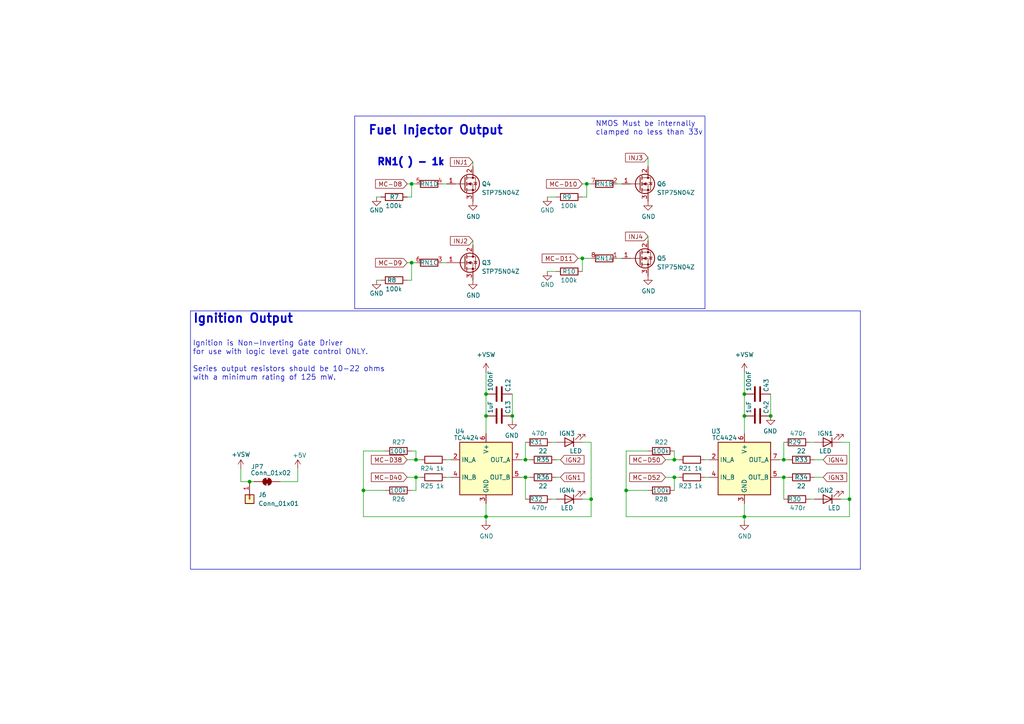
<source format=kicad_sch>
(kicad_sch (version 20250114) (generator "eeschema") (generator_version "9.0")
  (paper "A4")
  (title_block (title "Spark Gap x4") (date "2025-05-18") (rev "C") (company "OpenLogicEFI") (comment 1 "openlogicefi.com"))
  (lib_symbols
    (symbol "Connector_Generic:Conn_01x01" (pin_names (offset 1.016) (hide yes))
      (property "Reference" "J" (at 0 2.54 0))
      (property "Value" "Conn_01x01" (at 0 -2.54 0))
      (symbol "Conn_01x01_1_1"
        (rectangle (start -1.27 1.27) (end 1.27 -1.27) (stroke (width 0.254)) (fill (type background)))
        (rectangle (start -1.27 0.127) (end 0 -0.127) (stroke (width 0.1524)))
        (pin passive line (at -5.08 0 0) (length 3.81) (name "Pin_1") (number "1"))
      )
    )
    (symbol "Device:C" (pin_numbers (hide yes)) (pin_names (offset 0.254))
      (property "Reference" "C" (at 0.635 2.54 0))
      (property "Value" "C" (at 0.635 -2.54 0))
      (symbol "C_0_1"
        (polyline (pts (xy -2.032 0.762) (xy 2.032 0.762)) (stroke (width 0.508)))
        (polyline (pts (xy -2.032 -0.762) (xy 2.032 -0.762)) (stroke (width 0.508)))
      )
      (symbol "C_1_1"
        (pin passive line (at 0 3.81 270) (length 2.794) (name "~") (number "1"))
        (pin passive line (at 0 -3.81 90) (length 2.794) (name "~") (number "2"))
      )
    )
    (symbol "Device:LED" (pin_numbers (hide yes)) (pin_names (offset 1.016) (hide yes))
      (property "Reference" "D" (at 0 2.54 0))
      (property "Value" "LED" (at 0 -2.54 0))
      (symbol "LED_0_1"
        (polyline (pts (xy -3.048 -0.762) (xy -4.572 -2.286) (xy -3.81 -2.286) (xy -4.572 -2.286) (xy -4.572 -1.524)))
        (polyline (pts (xy -1.778 -0.762) (xy -3.302 -2.286) (xy -2.54 -2.286) (xy -3.302 -2.286) (xy -3.302 -1.524)))
        (polyline (pts (xy -1.27 0) (xy 1.27 0)))
        (polyline (pts (xy -1.27 -1.27) (xy -1.27 1.27)) (stroke (width 0.254)))
        (polyline (pts (xy 1.27 -1.27) (xy 1.27 1.27) (xy -1.27 0) (xy 1.27 -1.27)) (stroke (width 0.254)))
      )
      (symbol "LED_1_1"
        (pin passive line (at -3.81 0 0) (length 2.54) (name "K") (number "1"))
        (pin passive line (at 3.81 0 180) (length 2.54) (name "A") (number "2"))
      )
    )
    (symbol "Device:R" (pin_numbers (hide yes)) (pin_names (offset 0))
      (property "Reference" "R" (at 2.032 0 90))
      (property "Value" "R" (at 0 0 90))
      (symbol "R_0_1"
        (rectangle (start -1.016 -2.54) (end 1.016 2.54) (stroke (width 0.254)))
      )
      (symbol "R_1_1"
        (pin passive line (at 0 3.81 270) (length 1.27) (name "~") (number "1"))
        (pin passive line (at 0 -3.81 90) (length 1.27) (name "~") (number "2"))
      )
    )
    (symbol "Device:R_Pack04_Split" (pin_names (offset 0) (hide yes))
      (property "Reference" "RN" (at 2.032 0 90))
      (property "Value" "R_Pack04_Split" (at 0 0 90))
      (symbol "R_Pack04_Split_0_1"
        (rectangle (start 1.016 2.54) (end -1.016 -2.54) (stroke (width 0.254)))
      )
      (symbol "R_Pack04_Split_1_1"
        (pin passive line (at 0 3.81 270) (length 1.27) (name "R1.2") (number "8"))
        (pin passive line (at 0 -3.81 90) (length 1.27) (name "R1.1") (number "1"))
      )
      (symbol "R_Pack04_Split_2_1"
        (pin passive line (at 0 3.81 270) (length 1.27) (name "R2.2") (number "7"))
        (pin passive line (at 0 -3.81 90) (length 1.27) (name "R2.1") (number "2"))
      )
      (symbol "R_Pack04_Split_3_1"
        (pin passive line (at 0 3.81 270) (length 1.27) (name "R3.2") (number "6"))
        (pin passive line (at 0 -3.81 90) (length 1.27) (name "R3.1") (number "3"))
      )
      (symbol "R_Pack04_Split_4_1"
        (pin passive line (at 0 3.81 270) (length 1.27) (name "R4.2") (number "5"))
        (pin passive line (at 0 -3.81 90) (length 1.27) (name "R4.1") (number "4"))
      )
    )
    (symbol "Driver_FET:MIC4427"
      (property "Reference" "U" (at -7.62 8.89 0))
      (property "Value" "MIC4427" (at 1.27 8.89 0))
      (symbol "MIC4427_0_1"
        (rectangle (start -7.62 -7.62) (end 7.62 7.62) (stroke (width 0.254)) (fill (type background)))
      )
      (symbol "MIC4427_1_1"
        (pin input line (at -10.16 2.54 0) (length 2.54) (name "IN_A") (number "2"))
        (pin input line (at -10.16 -2.54 0) (length 2.54) (name "IN_B") (number "4"))
        (pin no_connect line (at -7.62 0 0) (length 2.54) (hide yes) (name "NC") (number "1"))
        (pin power_in line (at 0 10.16 270) (length 2.54) (name "V+") (number "6"))
        (pin power_in line (at 0 -10.16 90) (length 2.54) (name "GND") (number "3"))
        (pin no_connect line (at 7.62 0 180) (length 2.54) (hide yes) (name "NC") (number "8"))
        (pin output line (at 10.16 2.54 180) (length 2.54) (name "OUT_A") (number "7"))
        (pin output line (at 10.16 -2.54 180) (length 2.54) (name "OUT_B") (number "5"))
      )
    )
    (symbol "Jumper:SolderJumper_2_Bridged" (pin_numbers (hide yes)) (pin_names (offset 0) (hide yes)) (exclude_from_sim yes) (in_bom no)
      (property "Reference" "JP" (at 0 2.032 0))
      (property "Value" "SolderJumper_2_Bridged" (at 0 -2.54 0))
      (symbol "SolderJumper_2_Bridged_0_1"
        (rectangle (start -0.508 0.508) (end 0.508 -0.508) (fill (type outline)))
        (polyline (pts (xy -0.254 1.016) (xy -0.254 -1.016)))
        (arc (start -0.254 -1.016) (mid -1.2656 0) (end -0.254 1.016))
        (arc (start -0.254 -1.016) (mid -1.2656 0) (end -0.254 1.016) (fill (type outline)))
        (arc (start 0.254 1.016) (mid 1.2656 0) (end 0.254 -1.016))
        (arc (start 0.254 1.016) (mid 1.2656 0) (end 0.254 -1.016) (fill (type outline)))
        (polyline (pts (xy 0.254 1.016) (xy 0.254 -1.016)))
      )
      (symbol "SolderJumper_2_Bridged_1_1"
        (pin passive line (at -3.81 0 0) (length 2.54) (name "A") (number "1"))
        (pin passive line (at 3.81 0 180) (length 2.54) (name "B") (number "2"))
      )
    )
    (symbol "R_Pack04_SIP_Split_1" (pin_names (offset 0) (hide yes))
      (property "Reference" "RN?" (at 2.54 1.2701 0))
      (property "Value" "R_Pack04_SIP_Split_1" (at 2.54 -1.2699 0))
      (symbol "R_Pack04_SIP_Split_1_0_1"
        (rectangle (start 1.016 2.54) (end -1.016 -2.54) (stroke (width 0.254)))
      )
      (symbol "R_Pack04_SIP_Split_1_1_1"
        (pin passive line (at 0 3.81 270) (length 1.27) (name "R1.2") (number "8"))
        (pin passive line (at 0 -3.81 90) (length 1.27) (name "R1.1") (number "1"))
      )
      (symbol "R_Pack04_SIP_Split_1_2_1"
        (pin passive line (at 0 3.81 270) (length 1.27) (name "R2.2") (number "4"))
        (pin passive line (at 0 -3.81 90) (length 1.27) (name "R2.1") (number "3"))
      )
      (symbol "R_Pack04_SIP_Split_1_3_1"
        (pin passive line (at 0 3.81 270) (length 1.27) (name "R3.2") (number "6"))
        (pin passive line (at 0 -3.81 90) (length 1.27) (name "R3.1") (number "5"))
      )
      (symbol "R_Pack04_SIP_Split_1_4_1"
        (pin passive line (at 0 3.81 270) (length 1.27) (name "R4.2") (number "8"))
        (pin passive line (at 0 -3.81 90) (length 1.27) (name "R4.1") (number "7"))
      )
    )
    (symbol "Transistor_FET:IRF540N" (pin_names (hide yes))
      (property "Reference" "Q" (at 6.35 1.905 0))
      (property "Value" "IRF540N" (at 6.35 0 0))
      (symbol "IRF540N_0_1"
        (polyline (pts (xy 0.254 1.905) (xy 0.254 -1.905)) (stroke (width 0.254)))
        (polyline (pts (xy 0.254 0) (xy -2.54 0)))
        (polyline (pts (xy 0.762 2.286) (xy 0.762 1.27)) (stroke (width 0.254)))
        (polyline (pts (xy 0.762 0.508) (xy 0.762 -0.508)) (stroke (width 0.254)))
        (polyline (pts (xy 0.762 -1.27) (xy 0.762 -2.286)) (stroke (width 0.254)))
        (polyline (pts (xy 0.762 -1.778) (xy 3.302 -1.778) (xy 3.302 1.778) (xy 0.762 1.778)))
        (polyline (pts (xy 1.016 0) (xy 2.032 0.381) (xy 2.032 -0.381) (xy 1.016 0)) (fill (type outline)))
        (circle (center 1.651 0) (radius 2.794) (stroke (width 0.254)))
        (polyline (pts (xy 2.54 2.54) (xy 2.54 1.778)))
        (circle (center 2.54 1.778) (radius 0.254) (fill (type outline)))
        (circle (center 2.54 -1.778) (radius 0.254) (fill (type outline)))
        (polyline (pts (xy 2.54 -2.54) (xy 2.54 0) (xy 0.762 0)))
        (polyline (pts (xy 2.794 0.508) (xy 2.921 0.381) (xy 3.683 0.381) (xy 3.81 0.254)))
        (polyline (pts (xy 3.302 0.381) (xy 2.921 -0.254) (xy 3.683 -0.254) (xy 3.302 0.381)))
      )
      (symbol "IRF540N_1_1"
        (pin input line (at -5.08 0 0) (length 2.54) (name "G") (number "1"))
        (pin passive line (at 2.54 5.08 270) (length 2.54) (name "D") (number "2"))
        (pin passive line (at 2.54 -5.08 90) (length 2.54) (name "S") (number "3"))
      )
    )
    (symbol "power:+5V" (power) (pin_names (offset 0))
      (property "Value" "+5V" (at 0 3.556 0))
      (symbol "+5V_0_1"
        (polyline (pts (xy -0.762 1.27) (xy 0 2.54)))
        (polyline (pts (xy 0 2.54) (xy 0.762 1.27)))
        (polyline (pts (xy 0 0) (xy 0 2.54)))
      )
      (symbol "+5V_1_1"
        (pin power_in line (at 0 0 90) (length 0) (hide yes) (name "+5V") (number "1"))
      )
    )
    (symbol "power:+VSW" (power) (pin_numbers (hide yes)) (pin_names (offset 0) (hide yes))
      (property "Value" "+VSW" (at 0 3.556 0))
      (symbol "+VSW_0_1"
        (polyline (pts (xy -0.762 1.27) (xy 0 2.54)))
        (polyline (pts (xy 0 2.54) (xy 0.762 1.27)))
        (polyline (pts (xy 0 0) (xy 0 2.54)))
      )
      (symbol "+VSW_1_1"
        (pin power_in line (at 0 0 90) (length 0) (name "~") (number "1"))
      )
    )
    (symbol "power:GND" (power) (pin_names (offset 0))
      (property "Value" "GND" (at 0 -3.81 0))
      (symbol "GND_0_1"
        (polyline (pts (xy 0 0) (xy 0 -1.27) (xy 1.27 -1.27) (xy 0 -2.54) (xy -1.27 -1.27) (xy 0 -1.27)))
      )
      (symbol "GND_1_1"
        (pin power_in line (at 0 0 270) (length 0) (hide yes) (name "GND") (number "1"))
      )
    )
  )
  (rectangle (start 55.245 90.17) (end 249.555 165.1))
  (rectangle (start 102.87 33.655) (end 204.47 89.535))
  (text "Fuel Injector Output" (at 106.68 39.37 0) (effects (font (size 2.54 2.54) (thickness 0.508) (bold yes)) (justify left bottom)))
  (text "RN1( ) - 1k" (at 109.22 48.26 0) (effects (font (size 2 2) (thickness 0.508) (bold yes)) (justify left bottom)))
  (text "NMOS Must be internally\nclamped no less than 33v" (at 172.72 39.37 0) (effects (font (size 1.54 1.54)) (justify left bottom)))
  (text "Ignition Output" (at 55.88 93.98 0) (effects (font (size 2.54 2.54) (thickness 0.508) (bold yes)) (justify left bottom)))
  (text "Ignition is Non-Inverting Gate Driver\nfor use with logic level gate control ONLY.\n\nSeries output resistors should be 10-22 ohms\nwith a minimum rating of 125 mW." (at 55.88 110.49 0) (effects (font (size 1.54 1.54)) (justify left bottom)))
  (junction (at 227.33 133.35))
  (junction (at 215.9 120.65))
  (junction (at 72.39 139.7))
  (junction (at 148.59 120.65))
  (junction (at 140.97 120.65))
  (junction (at 223.52 120.65))
  (junction (at 215.9 114.3))
  (junction (at 215.9 149.86))
  (junction (at 120.65 138.43))
  (junction (at 227.33 138.43))
  (junction (at 168.91 74.93))
  (junction (at 181.61 142.24))
  (junction (at 195.58 133.35))
  (junction (at 119.38 53.34))
  (junction (at 170.18 53.34))
  (junction (at 105.41 142.24))
  (junction (at 152.4 138.43))
  (junction (at 140.97 149.86))
  (junction (at 152.4 133.35))
  (junction (at 195.58 138.43))
  (junction (at 246.38 144.78))
  (junction (at 171.45 144.78))
  (junction (at 120.65 133.35))
  (junction (at 119.38 76.2))
  (junction (at 140.97 114.3))
  (wire (pts (xy 120.65 138.43) (xy 121.92 138.43)))
  (wire (pts (xy 167.64 74.93) (xy 168.91 74.93)))
  (wire (pts (xy 193.04 138.43) (xy 195.58 138.43)))
  (wire (pts (xy 187.96 45.72) (xy 187.96 48.26)))
  (wire (pts (xy 168.91 53.34) (xy 170.18 53.34)))
  (wire (pts (xy 120.65 130.81) (xy 120.65 133.35)))
  (wire (pts (xy 130.81 138.43) (xy 129.54 138.43)))
  (wire (pts (xy 72.39 139.7) (xy 73.66 139.7)))
  (wire (pts (xy 119.38 53.34) (xy 120.65 53.34)))
  (wire (pts (xy 128.27 76.2) (xy 129.54 76.2)))
  (wire (pts (xy 236.22 138.43) (xy 238.76 138.43)))
  (wire (pts (xy 161.29 57.15) (xy 158.75 57.15)))
  (wire (pts (xy 140.97 151.13) (xy 140.97 149.86)))
  (wire (pts (xy 152.4 133.35) (xy 151.13 133.35)))
  (wire (pts (xy 140.97 120.65) (xy 140.97 114.3)))
  (wire (pts (xy 111.76 130.81) (xy 105.41 130.81)))
  (wire (pts (xy 105.41 149.86) (xy 105.41 142.24)))
  (wire (pts (xy 215.9 120.65) (xy 215.9 114.3)))
  (wire (pts (xy 152.4 128.27) (xy 152.4 133.35)))
  (wire (pts (xy 118.11 76.2) (xy 119.38 76.2)))
  (wire (pts (xy 179.07 53.34) (xy 180.34 53.34)))
  (wire (pts (xy 195.58 130.81) (xy 195.58 133.35)))
  (wire (pts (xy 236.22 133.35) (xy 238.76 133.35)))
  (wire (pts (xy 215.9 146.05) (xy 215.9 149.86)))
  (wire (pts (xy 140.97 149.86) (xy 140.97 146.05)))
  (wire (pts (xy 171.45 128.27) (xy 171.45 144.78)))
  (wire (pts (xy 227.33 133.35) (xy 228.6 133.35)))
  (wire (pts (xy 196.85 133.35) (xy 195.58 133.35)))
  (wire (pts (xy 215.9 120.65) (xy 215.9 125.73)))
  (wire (pts (xy 223.52 120.65) (xy 223.52 114.3)))
  (wire (pts (xy 153.67 138.43) (xy 152.4 138.43)))
  (wire (pts (xy 148.59 120.65) (xy 148.59 121.92)))
  (wire (pts (xy 160.02 128.27) (xy 161.29 128.27)))
  (wire (pts (xy 119.38 76.2) (xy 120.65 76.2)))
  (wire (pts (xy 161.29 133.35) (xy 162.56 133.35)))
  (wire (pts (xy 226.06 138.43) (xy 227.33 138.43)))
  (wire (pts (xy 118.11 53.34) (xy 119.38 53.34)))
  (wire (pts (xy 140.97 149.86) (xy 171.45 149.86)))
  (wire (pts (xy 181.61 149.86) (xy 215.9 149.86)))
  (wire (pts (xy 109.22 57.15) (xy 110.49 57.15)))
  (wire (pts (xy 227.33 128.27) (xy 227.33 133.35)))
  (wire (pts (xy 215.9 107.95) (xy 215.9 114.3)))
  (wire (pts (xy 181.61 142.24) (xy 187.96 142.24)))
  (wire (pts (xy 227.33 138.43) (xy 228.6 138.43)))
  (wire (pts (xy 243.84 144.78) (xy 246.38 144.78)))
  (wire (pts (xy 119.38 81.28) (xy 119.38 76.2)))
  (wire (pts (xy 227.33 138.43) (xy 227.33 144.78)))
  (wire (pts (xy 128.27 53.34) (xy 129.54 53.34)))
  (wire (pts (xy 170.18 53.34) (xy 171.45 53.34)))
  (wire (pts (xy 161.29 138.43) (xy 162.56 138.43)))
  (wire (pts (xy 168.91 144.78) (xy 171.45 144.78)))
  (wire (pts (xy 118.11 133.35) (xy 120.65 133.35)))
  (wire (pts (xy 168.91 78.74) (xy 168.91 74.93)))
  (wire (pts (xy 205.74 138.43) (xy 204.47 138.43)))
  (wire (pts (xy 234.95 144.78) (xy 236.22 144.78)))
  (wire (pts (xy 120.65 142.24) (xy 119.38 142.24)))
  (wire (pts (xy 187.96 130.81) (xy 181.61 130.81)))
  (wire (pts (xy 120.65 133.35) (xy 121.92 133.35)))
  (wire (pts (xy 246.38 128.27) (xy 246.38 144.78)))
  (wire (pts (xy 81.28 139.7) (xy 86.36 139.7)))
  (wire (pts (xy 109.22 81.28) (xy 110.49 81.28)))
  (wire (pts (xy 140.97 120.65) (xy 140.97 125.73)))
  (wire (pts (xy 215.9 149.86) (xy 246.38 149.86)))
  (wire (pts (xy 118.11 81.28) (xy 119.38 81.28)))
  (wire (pts (xy 69.85 139.7) (xy 72.39 139.7)))
  (wire (pts (xy 137.16 46.99) (xy 137.16 48.26)))
  (wire (pts (xy 226.06 133.35) (xy 227.33 133.35)))
  (wire (pts (xy 86.36 135.89) (xy 86.36 139.7)))
  (wire (pts (xy 152.4 138.43) (xy 152.4 144.78)))
  (wire (pts (xy 205.74 133.35) (xy 204.47 133.35)))
  (wire (pts (xy 179.07 74.93) (xy 180.34 74.93)))
  (wire (pts (xy 69.85 139.7) (xy 69.85 135.89)))
  (wire (pts (xy 119.38 53.34) (xy 119.38 57.15)))
  (wire (pts (xy 105.41 142.24) (xy 111.76 142.24)))
  (wire (pts (xy 181.61 142.24) (xy 181.61 149.86)))
  (wire (pts (xy 130.81 133.35) (xy 129.54 133.35)))
  (wire (pts (xy 118.11 138.43) (xy 120.65 138.43)))
  (wire (pts (xy 195.58 142.24) (xy 195.58 138.43)))
  (wire (pts (xy 243.84 128.27) (xy 246.38 128.27)))
  (wire (pts (xy 187.96 68.58) (xy 187.96 69.85)))
  (wire (pts (xy 193.04 133.35) (xy 195.58 133.35)))
  (wire (pts (xy 153.67 133.35) (xy 152.4 133.35)))
  (wire (pts (xy 170.18 57.15) (xy 170.18 53.34)))
  (wire (pts (xy 152.4 138.43) (xy 151.13 138.43)))
  (wire (pts (xy 168.91 128.27) (xy 171.45 128.27)))
  (wire (pts (xy 148.59 120.65) (xy 148.59 114.3)))
  (wire (pts (xy 234.95 128.27) (xy 236.22 128.27)))
  (wire (pts (xy 196.85 138.43) (xy 195.58 138.43)))
  (wire (pts (xy 140.97 107.95) (xy 140.97 114.3)))
  (wire (pts (xy 246.38 144.78) (xy 246.38 149.86)))
  (wire (pts (xy 215.9 151.13) (xy 215.9 149.86)))
  (wire (pts (xy 168.91 74.93) (xy 171.45 74.93)))
  (wire (pts (xy 105.41 130.81) (xy 105.41 142.24)))
  (wire (pts (xy 168.91 57.15) (xy 170.18 57.15)))
  (wire (pts (xy 181.61 130.81) (xy 181.61 142.24)))
  (wire (pts (xy 140.97 149.86) (xy 105.41 149.86)))
  (wire (pts (xy 120.65 130.81) (xy 119.38 130.81)))
  (wire (pts (xy 171.45 144.78) (xy 171.45 149.86)))
  (wire (pts (xy 120.65 142.24) (xy 120.65 138.43)))
  (wire (pts (xy 158.75 78.74) (xy 161.29 78.74)))
  (wire (pts (xy 119.38 57.15) (xy 118.11 57.15)))
  (wire (pts (xy 160.02 144.78) (xy 161.29 144.78)))
  (wire (pts (xy 137.16 69.85) (xy 137.16 71.12)))
  (global_label "MC-D40" (shape input) (at 118.11 138.43 180) (property "Intersheetrefs" "${INTERSHEET_REFS}" (effects (hide yes))))
  (global_label "INJ1" (shape input) (at 137.16 46.99 180) (property "Intersheetrefs" "${INTERSHEET_REFS}" (effects (hide yes))))
  (global_label "INJ3" (shape input) (at 187.96 45.72 180) (property "Intersheetrefs" "${INTERSHEET_REFS}" (effects (hide yes))))
  (global_label "MC-D38" (shape input) (at 118.11 133.35 180) (property "Intersheetrefs" "${INTERSHEET_REFS}" (effects (hide yes))))
  (global_label "MC-D8" (shape input) (at 118.11 53.34 180) (property "Intersheetrefs" "${INTERSHEET_REFS}" (effects (hide yes))))
  (global_label "MC-D52" (shape input) (at 193.04 138.43 180) (property "Intersheetrefs" "${INTERSHEET_REFS}" (effects (hide yes))))
  (global_label "MC-D50" (shape input) (at 193.04 133.35 180) (property "Intersheetrefs" "${INTERSHEET_REFS}" (effects (hide yes))))
  (global_label "IGN2" (shape input) (at 162.56 133.35 0) (property "Intersheetrefs" "${INTERSHEET_REFS}" (effects (hide yes))))
  (global_label "MC-D11" (shape input) (at 167.64 74.93 180) (property "Intersheetrefs" "${INTERSHEET_REFS}" (effects (hide yes))))
  (global_label "IGN1" (shape input) (at 162.56 138.43 0) (property "Intersheetrefs" "${INTERSHEET_REFS}" (effects (hide yes))))
  (global_label "INJ4" (shape input) (at 187.96 68.58 180) (property "Intersheetrefs" "${INTERSHEET_REFS}" (effects (hide yes))))
  (global_label "INJ2" (shape input) (at 137.16 69.85 180) (property "Intersheetrefs" "${INTERSHEET_REFS}" (effects (hide yes))))
  (global_label "MC-D9" (shape input) (at 118.11 76.2 180) (property "Intersheetrefs" "${INTERSHEET_REFS}" (effects (hide yes))))
  (global_label "MC-D10" (shape input) (at 168.91 53.34 180) (property "Intersheetrefs" "${INTERSHEET_REFS}" (effects (hide yes))))
  (global_label "IGN4" (shape input) (at 238.76 133.35 0) (property "Intersheetrefs" "${INTERSHEET_REFS}" (effects (hide yes))))
  (global_label "IGN3" (shape input) (at 238.76 138.43 0) (property "Intersheetrefs" "${INTERSHEET_REFS}" (effects (hide yes))))
  (symbol (lib_id "Device:C") (at 144.78 120.65 90) (mirror x) (unit 1)
    (property "Reference" "C13" (at 147.32 118.11 0))
    (property "Value" "1uF" (at 142.24 118.11 0))
    (property "Footprint" "Capacitor_SMD:C_0402_1005Metric" (effects (hide yes)))
    (property "LCSC" "C52923" (effects (hide yes)))
    (property "Manufacture Part Number" "CL05A105KA5NQNC" (effects (hide yes)))
  )
  (symbol (lib_id "Device:C") (at 144.78 114.3 90) (mirror x) (unit 1)
    (property "Reference" "C12" (at 147.32 111.76 0))
    (property "Value" "100nF" (at 142.24 110.49 0))
    (property "Footprint" "Capacitor_SMD:C_0402_1005Metric" (effects (hide yes)))
    (property "LCSC" "C307331" (effects (hide yes)))
    (property "Manufacture Part Number" "CL05B104KB54PNC" (effects (hide yes)))
  )
  (symbol (lib_id "power:GND") (at 148.59 121.92 0) (mirror y) (unit 1)
    (property "Reference" "#PWR043" (effects (hide yes)))
    (property "Value" "GND" (at 148.463 126.3142 0))
  )
  (symbol (lib_id "Driver_FET:MIC4427") (at 140.97 135.89 0) (unit 1)
    (property "Reference" "U4" (at 133.35 125.095 0))
    (property "Value" "TC4424" (at 135.255 127 0))
    (property "Footprint" "Package_SO:SOIC-8_3.9x4.9mm_P1.27mm" (effects (hide yes)))
    (property "Datasheet" "http://ww1.microchip.com/downloads/en/DeviceDoc/mic4426.pdf" (effects (hide yes)))
    (property "LCSC" "C2685358" (effects (hide yes)))
    (property "Manufacture Part Number" "TC4424" (effects (hide yes)))
  )
  (symbol (lib_id "Device:R") (at 157.48 133.35 270) (unit 1)
    (property "Reference" "R35" (at 157.48 133.35 90))
    (property "Value" "22" (at 157.48 130.81 90))
    (property "Footprint" "Resistor_SMD:R_0805_2012Metric" (effects (hide yes)))
    (property "LCSC" "C17561" (effects (hide yes)))
    (property "Manufacture Part Number" "0805W8F220JT5E" (effects (hide yes)))
  )
  (symbol (lib_id "Device:R") (at 157.48 138.43 270) (unit 1)
    (property "Reference" "R36" (at 157.48 138.43 90))
    (property "Value" "22" (at 157.48 140.97 90))
    (property "Footprint" "Resistor_SMD:R_0805_2012Metric" (effects (hide yes)))
    (property "LCSC" "C17561" (effects (hide yes)))
    (property "Manufacture Part Number" "0805W8F220JT5E" (effects (hide yes)))
  )
  (symbol (lib_id "power:GND") (at 140.97 151.13 0) (unit 1)
    (property "Reference" "#PWR038" (effects (hide yes)))
    (property "Value" "GND" (at 141.097 155.5242 0))
  )
  (symbol (lib_id "Device:R") (at 200.66 133.35 90) (mirror x) (unit 1)
    (property "Reference" "R21" (at 198.755 135.89 90))
    (property "Value" "1k" (at 202.565 135.89 90))
    (property "Footprint" "Resistor_SMD:R_0402_1005Metric" (effects (hide yes)))
    (property "LCSC" "C11702" (effects (hide yes)))
    (property "Manufacture Part Number" "0402WGF1001TCE" (effects (hide yes)))
  )
  (symbol (lib_id "Driver_FET:MIC4427") (at 215.9 135.89 0) (unit 1)
    (property "Reference" "U3" (at 207.645 125.095 0))
    (property "Value" "TC4424" (at 210.185 127 0))
    (property "Footprint" "Package_SO:SOIC-8_3.9x4.9mm_P1.27mm" (effects (hide yes)))
    (property "Datasheet" "http://ww1.microchip.com/downloads/en/DeviceDoc/mic4426.pdf" (effects (hide yes)))
    (property "LCSC" "C2685358" (effects (hide yes)))
    (property "Manufacture Part Number" "TC4424" (effects (hide yes)))
  )
  (symbol (lib_id "power:+VSW") (at 140.97 107.95 0) (unit 1)
    (property "Reference" "#PWR066" (effects (hide yes)))
    (property "Value" "+VSW" (at 140.97 102.87 0))
    (property "Description" "Power symbol creates a global label with name \"+VSW\"" (effects (hide yes)))
  )
  (symbol (lib_id "Device:R") (at 232.41 138.43 270) (unit 1)
    (property "Reference" "R34" (at 232.41 138.43 90))
    (property "Value" "22" (at 232.41 140.97 90))
    (property "Footprint" "Resistor_SMD:R_0805_2012Metric" (effects (hide yes)))
    (property "LCSC" "C17561" (effects (hide yes)))
    (property "Manufacture Part Number" "0805W8F220JT5E" (effects (hide yes)))
  )
  (symbol (lib_id "Device:R") (at 191.77 142.24 90) (mirror x) (unit 1)
    (property "Reference" "R28" (at 189.865 144.78 90) (effects (justify right)))
    (property "Value" "100k" (at 189.23 142.24 90) (effects (justify right)))
    (property "Footprint" "Resistor_SMD:R_0402_1005Metric" (effects (hide yes)))
    (property "LCSC" "C25741" (effects (hide yes)))
    (property "Manufacture Part Number" "0402WGF1003TCE" (effects (hide yes)))
  )
  (symbol (lib_id "Connector_Generic:Conn_01x01") (at 72.39 144.78 270) (unit 1)
    (property "Reference" "J6" (at 74.93 143.5099 90) (effects (justify left)))
    (property "Value" "Conn_01x01" (at 74.93 146.0499 90) (effects (justify left)))
    (property "Footprint" "Connector_PinSocket_2.54mm:PinSocket_1x01_P2.54mm_Vertical" (effects (hide yes)))
    (property "Description" "Generic connector, single row, 01x01, script generated (kicad-library-utils/schlib/autogen/connector/)" (effects (hide yes)))
  )
  (symbol (lib_id "Device:R_Pack04_Split") (at 124.46 76.2 90) (unit 3)
    (property "Reference" "RN1" (at 124.46 76.2 90))
    (property "Value" "RN_1k" (effects (hide yes)))
    (property "Footprint" "Resistor_SMD:R_Array_Concave_4x0603" (effects (hide yes)))
    (property "LCSC" "C20197" (effects (hide yes)))
    (property "Manufacture Part Number" "4D03WGJ0102T5E" (effects (hide yes)))
  )
  (symbol (lib_id "Device:R") (at 165.1 57.15 90) (unit 1)
    (property "Reference" "R9" (at 163.068 57.15 90) (effects (justify right)))
    (property "Value" "100k" (at 162.56 59.69 90) (effects (justify right)))
    (property "Footprint" "Resistor_SMD:R_0402_1005Metric" (effects (hide yes)))
    (property "LCSC" "C25741" (effects (hide yes)))
    (property "Manufacture Part Number" "0402WGF1003TCE" (effects (hide yes)))
  )
  (symbol (lib_id "power:GND") (at 137.16 58.42 0) (unit 1)
    (property "Reference" "#PWR036" (effects (hide yes)))
    (property "Value" "GND" (at 137.287 62.8142 0))
  )
  (symbol (lib_id "Device:R") (at 125.73 133.35 90) (mirror x) (unit 1)
    (property "Reference" "R24" (at 123.825 135.89 90))
    (property "Value" "1k" (at 127.635 135.89 90))
    (property "Footprint" "Resistor_SMD:R_0402_1005Metric" (effects (hide yes)))
    (property "LCSC" "C11702" (effects (hide yes)))
    (property "Manufacture Part Number" "0402WGF1001TCE" (effects (hide yes)))
  )
  (symbol (lib_id "Device:R") (at 200.66 138.43 90) (mirror x) (unit 1)
    (property "Reference" "R23" (at 198.755 140.97 90))
    (property "Value" "1k" (at 202.565 140.97 90))
    (property "Footprint" "Resistor_SMD:R_0402_1005Metric" (effects (hide yes)))
    (property "LCSC" "C11702" (effects (hide yes)))
    (property "Manufacture Part Number" "0402WGF1001TCE" (effects (hide yes)))
  )
  (symbol (lib_id "Device:R") (at 165.1 78.74 90) (unit 1)
    (property "Reference" "R10" (at 163.068 78.74 90) (effects (justify right)))
    (property "Value" "100k" (at 162.56 81.28 90) (effects (justify right)))
    (property "Footprint" "Resistor_SMD:R_0402_1005Metric" (effects (hide yes)))
    (property "LCSC" "C25741" (effects (hide yes)))
    (property "Manufacture Part Number" "0402WGF1003TCE" (effects (hide yes)))
  )
  (symbol (lib_id "Device:LED") (at 240.03 128.27 180) (unit 1)
    (property "Reference" "IGN1" (at 239.395 125.73 0))
    (property "Value" "LED" (at 239.395 130.81 0))
    (property "Footprint" "LED_SMD:LED_0603_1608Metric" (effects (hide yes)))
    (property "LCSC" "C2286" (effects (hide yes)))
    (property "Manufacture Part Number" "KT-0603R" (effects (hide yes)))
  )
  (symbol (lib_id "Device:LED") (at 165.1 128.27 180) (unit 1)
    (property "Reference" "IGN3" (at 164.465 125.73 0))
    (property "Value" "LED" (at 167.005 130.81 0))
    (property "Footprint" "LED_SMD:LED_0603_1608Metric" (effects (hide yes)))
    (property "LCSC" "C2286" (effects (hide yes)))
    (property "Manufacture Part Number" "KT-0603R" (effects (hide yes)))
  )
  (symbol (lib_id "Device:R") (at 115.57 130.81 90) (unit 1)
    (property "Reference" "R27" (at 113.665 128.27 90) (effects (justify right)))
    (property "Value" "100k" (at 113.03 130.81 90) (effects (justify right)))
    (property "Footprint" "Resistor_SMD:R_0402_1005Metric" (effects (hide yes)))
    (property "LCSC" "C25741" (effects (hide yes)))
    (property "Manufacture Part Number" "0402WGF1003TCE" (effects (hide yes)))
  )
  (symbol (lib_id "Transistor_FET:IRF540N") (at 185.42 53.34 0) (unit 1) (in_bom no)
    (property "Reference" "Q6" (at 190.5 53.34 0) (effects (justify left)))
    (property "Value" "STP75N04Z" (at 190.5 55.88 0) (effects (justify left)))
    (property "Footprint" "Package_TO_SOT_THT:TO-220-3_Vertical" (effects (hide yes)))
    (property "Manufacture Part Number" "STP75N04Z" (effects (hide yes)))
  )
  (symbol (lib_id "power:GND") (at 187.96 80.01 0) (unit 1)
    (property "Reference" "#PWR046" (effects (hide yes)))
    (property "Value" "GND" (at 188.087 84.4042 0))
  )
  (symbol (lib_id "power:GND") (at 109.22 57.15 0) (unit 1)
    (property "Reference" "#PWR032" (effects (hide yes)))
    (property "Value" "GND" (at 109.22 60.96 0))
  )
  (symbol (lib_id "Device:R") (at 125.73 138.43 90) (mirror x) (unit 1)
    (property "Reference" "R25" (at 123.825 140.97 90))
    (property "Value" "1k" (at 127.635 140.97 90))
    (property "Footprint" "Resistor_SMD:R_0402_1005Metric" (effects (hide yes)))
    (property "LCSC" "C11702" (effects (hide yes)))
    (property "Manufacture Part Number" "0402WGF1001TCE" (effects (hide yes)))
  )
  (symbol (lib_id "Device:LED") (at 165.1 144.78 180) (unit 1)
    (property "Reference" "IGN4" (at 164.465 142.24 0))
    (property "Value" "LED" (at 164.465 147.32 0))
    (property "Footprint" "LED_SMD:LED_0603_1608Metric" (effects (hide yes)))
    (property "LCSC" "C2286" (effects (hide yes)))
    (property "Manufacture Part Number" "KT-0603R" (effects (hide yes)))
  )
  (symbol (lib_id "power:GND") (at 109.22 81.28 0) (unit 1)
    (property "Reference" "#PWR033" (effects (hide yes)))
    (property "Value" "GND" (at 109.22 85.09 0))
  )
  (symbol (lib_id "Device:R") (at 156.21 128.27 90) (unit 1)
    (property "Reference" "R31" (at 157.48 128.27 90) (effects (justify left)))
    (property "Value" "470r" (at 158.75 125.73 90) (effects (justify left)))
    (property "Footprint" "Resistor_SMD:R_0402_1005Metric" (effects (hide yes)))
    (property "LCSC" "C25117" (effects (hide yes)))
    (property "Manufacture Part Number" "0402WGF4700TCE" (effects (hide yes)))
  )
  (symbol (lib_id "power:GND") (at 137.16 81.28 0) (unit 1)
    (property "Reference" "#PWR037" (effects (hide yes)))
    (property "Value" "GND" (at 137.287 85.6742 0))
  )
  (symbol (lib_id "Transistor_FET:IRF540N") (at 134.62 53.34 0) (unit 1) (in_bom no)
    (property "Reference" "Q4" (at 139.7 53.34 0) (effects (justify left)))
    (property "Value" "STP75N04Z" (at 139.7 55.88 0) (effects (justify left)))
    (property "Footprint" "Package_TO_SOT_THT:TO-220-3_Vertical" (effects (hide yes)))
    (property "Manufacture Part Number" "STP75N04Z" (effects (hide yes)))
  )
  (symbol (lib_id "Device:R") (at 156.21 144.78 90) (unit 1)
    (property "Reference" "R32" (at 157.48 144.78 90) (effects (justify left)))
    (property "Value" "470r" (at 158.75 147.32 90) (effects (justify left)))
    (property "Footprint" "Resistor_SMD:R_0402_1005Metric" (effects (hide yes)))
    (property "LCSC" "C25117" (effects (hide yes)))
    (property "Manufacture Part Number" "0402WGF4700TCE" (effects (hide yes)))
  )
  (symbol (lib_id "Device:R") (at 114.3 81.28 90) (unit 1)
    (property "Reference" "R8" (at 112.268 81.28 90) (effects (justify right)))
    (property "Value" "100k" (at 111.76 83.82 90) (effects (justify right)))
    (property "Footprint" "Resistor_SMD:R_0402_1005Metric" (effects (hide yes)))
    (property "LCSC" "C25741" (effects (hide yes)))
    (property "Manufacture Part Number" "0402WGF1003TCE" (effects (hide yes)))
  )
  (symbol (lib_id "Device:R") (at 115.57 142.24 90) (mirror x) (unit 1)
    (property "Reference" "R26" (at 113.665 144.78 90) (effects (justify right)))
    (property "Value" "100k" (at 113.03 142.24 90) (effects (justify right)))
    (property "Footprint" "Resistor_SMD:R_0402_1005Metric" (effects (hide yes)))
    (property "LCSC" "C25741" (effects (hide yes)))
    (property "Manufacture Part Number" "0402WGF1003TCE" (effects (hide yes)))
  )
  (symbol (lib_id "power:+VSW") (at 69.85 135.89 0) (mirror y) (unit 1)
    (property "Reference" "#PWR068" (effects (hide yes)))
    (property "Value" "+VSW" (at 72.644 131.826 0) (effects (justify left)))
    (property "Description" "Power symbol creates a global label with name \"+VSW\"" (effects (hide yes)))
  )
  (symbol (lib_id "Device:C") (at 219.71 114.3 90) (mirror x) (unit 1)
    (property "Reference" "C43" (at 222.25 111.76 0))
    (property "Value" "100nF" (at 217.17 110.49 0))
    (property "Footprint" "Capacitor_SMD:C_0402_1005Metric" (effects (hide yes)))
    (property "LCSC" "C307331" (effects (hide yes)))
    (property "Manufacture Part Number" "CL05B104KB54PNC" (effects (hide yes)))
  )
  (symbol (lib_id "Device:R") (at 232.41 133.35 270) (unit 1)
    (property "Reference" "R33" (at 232.41 133.35 90))
    (property "Value" "22" (at 232.41 130.81 90))
    (property "Footprint" "Resistor_SMD:R_0805_2012Metric" (effects (hide yes)))
    (property "LCSC" "C17561" (effects (hide yes)))
    (property "Manufacture Part Number" "0805W8F220JT5E" (effects (hide yes)))
  )
  (symbol (lib_id "power:GND") (at 158.75 57.15 0) (unit 1)
    (property "Reference" "#PWR041" (effects (hide yes)))
    (property "Value" "GND" (at 158.75 60.96 0))
  )
  (symbol (lib_id "Device:R") (at 191.77 130.81 90) (unit 1)
    (property "Reference" "R22" (at 189.865 128.27 90) (effects (justify right)))
    (property "Value" "100k" (at 189.23 130.81 90) (effects (justify right)))
    (property "Footprint" "Resistor_SMD:R_0402_1005Metric" (effects (hide yes)))
    (property "LCSC" "C25741" (effects (hide yes)))
    (property "Manufacture Part Number" "0402WGF1003TCE" (effects (hide yes)))
  )
  (symbol (lib_id "power:GND") (at 158.75 78.74 0) (unit 1)
    (property "Reference" "#PWR042" (effects (hide yes)))
    (property "Value" "GND" (at 158.75 82.55 0))
  )
  (symbol (lib_id "Device:R_Pack04_Split") (at 124.46 53.34 90) (unit 4)
    (property "Reference" "RN1" (at 124.46 53.34 90))
    (property "Value" "RN_1k" (effects (hide yes)))
    (property "Footprint" "Resistor_SMD:R_Array_Concave_4x0603" (effects (hide yes)))
    (property "LCSC" "C20197" (effects (hide yes)))
    (property "Manufacture Part Number" "4D03WGJ0102T5E" (effects (hide yes)))
  )
  (symbol (lib_id "power:+VSW") (at 215.9 107.95 0) (unit 1)
    (property "Reference" "#PWR067" (effects (hide yes)))
    (property "Value" "+VSW" (at 215.9 102.87 0))
    (property "Description" "Power symbol creates a global label with name \"+VSW\"" (effects (hide yes)))
  )
  (symbol (lib_id "Jumper:SolderJumper_2_Bridged") (at 77.47 139.7 0) (mirror x) (unit 1)
    (property "Reference" "JP7" (at 76.454 135.382 0) (effects (justify right)))
    (property "Value" "Conn_01x02" (at 72.644 137.1601 0) (effects (justify left)))
    (property "Footprint" "Jumper:SolderJumper-2_P1.3mm_Bridged_RoundedPad1.0x1.5mm" (effects (hide yes)))
    (property "Description" "Solder Jumper, 2-pole, closed/bridged" (effects (hide yes)))
  )
  (symbol (lib_id "power:GND") (at 187.96 58.42 0) (unit 1)
    (property "Reference" "#PWR045" (effects (hide yes)))
    (property "Value" "GND" (at 188.087 62.8142 0))
  )
  (symbol (lib_id "Device:C") (at 219.71 120.65 90) (mirror x) (unit 1)
    (property "Reference" "C42" (at 222.25 118.11 0))
    (property "Value" "1uF" (at 217.17 118.11 0))
    (property "Footprint" "Capacitor_SMD:C_0402_1005Metric" (effects (hide yes)))
    (property "LCSC" "C52923" (effects (hide yes)))
    (property "Manufacture Part Number" "CL05A105KA5NQNC" (effects (hide yes)))
  )
  (symbol (lib_id "Transistor_FET:IRF540N") (at 134.62 76.2 0) (unit 1) (in_bom no)
    (property "Reference" "Q3" (at 139.7 76.2 0) (effects (justify left)))
    (property "Value" "STP75N04Z" (at 139.7 78.74 0) (effects (justify left)))
    (property "Footprint" "Package_TO_SOT_THT:TO-220-3_Vertical" (effects (hide yes)))
    (property "Manufacture Part Number" "STP75N04Z" (effects (hide yes)))
  )
  (symbol (lib_name "R_Pack04_SIP_Split_1") (lib_id "Device:R_Pack04_SIP_Split") (at 175.26 74.93 90) (unit 1)
    (property "Reference" "RN1" (at 175.26 74.93 90))
    (property "Value" "RN_1k" (effects (hide yes)))
    (property "Footprint" "Resistor_SMD:R_Array_Concave_4x0603" (effects (hide yes)))
    (property "Datasheet" "http://www.vishay.com/docs/31509/csc.pdf" (effects (hide yes)))
    (property "LCSC" "C20197" (effects (hide yes)))
    (property "Manufacture Part Number" "4D03WGJ0102T5E" (effects (hide yes)))
  )
  (symbol (lib_id "power:+5V") (at 86.36 135.89 0) (mirror y) (unit 1)
    (property "Reference" "#PWR065" (effects (hide yes)))
    (property "Value" "+5V" (at 88.9 132.08 0) (effects (justify left)))
  )
  (symbol (lib_id "Device:R") (at 114.3 57.15 90) (unit 1)
    (property "Reference" "R7" (at 113.03 57.15 90) (effects (justify right)))
    (property "Value" "100k" (at 111.76 59.69 90) (effects (justify right)))
    (property "Footprint" "Resistor_SMD:R_0402_1005Metric" (effects (hide yes)))
    (property "LCSC" "C25741" (effects (hide yes)))
    (property "Manufacture Part Number" "0402WGF1003TCE" (effects (hide yes)))
  )
  (symbol (lib_id "Device:R") (at 231.14 128.27 90) (unit 1)
    (property "Reference" "R29" (at 232.41 128.27 90) (effects (justify left)))
    (property "Value" "470r" (at 233.68 125.73 90) (effects (justify left)))
    (property "Footprint" "Resistor_SMD:R_0402_1005Metric" (effects (hide yes)))
    (property "LCSC" "C25117" (effects (hide yes)))
    (property "Manufacture Part Number" "0402WGF4700TCE" (effects (hide yes)))
  )
  (symbol (lib_id "Transistor_FET:IRF540N") (at 185.42 74.93 0) (unit 1) (in_bom no)
    (property "Reference" "Q5" (at 190.5 74.93 0) (effects (justify left)))
    (property "Value" "STP75N04Z" (at 190.5 77.47 0) (effects (justify left)))
    (property "Footprint" "Package_TO_SOT_THT:TO-220-3_Vertical" (effects (hide yes)))
    (property "Manufacture Part Number" "STP75N04Z" (effects (hide yes)))
  )
  (symbol (lib_id "Device:R") (at 231.14 144.78 90) (unit 1)
    (property "Reference" "R30" (at 232.41 144.78 90) (effects (justify left)))
    (property "Value" "470r" (at 233.68 147.32 90) (effects (justify left)))
    (property "Footprint" "Resistor_SMD:R_0402_1005Metric" (effects (hide yes)))
    (property "LCSC" "C25117" (effects (hide yes)))
    (property "Manufacture Part Number" "0402WGF4700TCE" (effects (hide yes)))
  )
  (symbol (lib_id "power:GND") (at 223.52 120.65 0) (mirror y) (unit 1)
    (property "Reference" "#PWR04" (effects (hide yes)))
    (property "Value" "GND" (at 223.393 125.0442 0))
  )
  (symbol (lib_id "power:GND") (at 215.9 151.13 0) (unit 1)
    (property "Reference" "#PWR044" (effects (hide yes)))
    (property "Value" "GND" (at 216.027 155.5242 0))
  )
  (symbol (lib_id "Device:LED") (at 240.03 144.78 180) (unit 1)
    (property "Reference" "IGN2" (at 239.395 142.24 0))
    (property "Value" "LED" (at 241.935 147.32 0))
    (property "Footprint" "LED_SMD:LED_0603_1608Metric" (effects (hide yes)))
    (property "LCSC" "C2286" (effects (hide yes)))
    (property "Manufacture Part Number" "KT-0603R" (effects (hide yes)))
  )
  (symbol (lib_id "Device:R_Pack04_Split") (at 175.26 53.34 90) (unit 2)
    (property "Reference" "RN1" (at 175.26 53.34 90))
    (property "Value" "RN_1k" (effects (hide yes)))
    (property "Footprint" "Resistor_SMD:R_Array_Concave_4x0603" (effects (hide yes)))
    (property "LCSC" "C20197" (effects (hide yes)))
    (property "Manufacture Part Number" "4D03WGJ0102T5E" (effects (hide yes)))
  )
)
</source>
